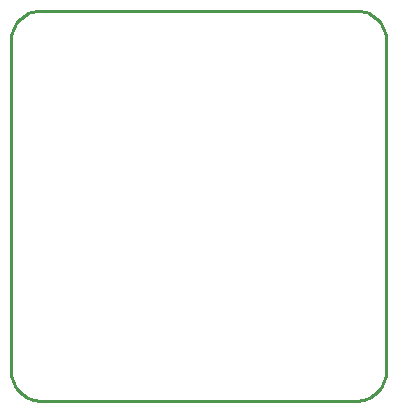
<source format=gbr>
G04 EAGLE Gerber RS-274X export*
G75*
%MOMM*%
%FSLAX34Y34*%
%LPD*%
%IN*%
%IPPOS*%
%AMOC8*
5,1,8,0,0,1.08239X$1,22.5*%
G01*
%ADD10C,0.254000*%


D10*
X0Y25400D02*
X97Y23186D01*
X386Y20989D01*
X865Y18826D01*
X1532Y16713D01*
X2380Y14666D01*
X3403Y12700D01*
X4594Y10831D01*
X5942Y9073D01*
X7440Y7440D01*
X9073Y5942D01*
X10831Y4594D01*
X12700Y3403D01*
X14666Y2380D01*
X16713Y1532D01*
X18826Y865D01*
X20989Y386D01*
X23186Y97D01*
X25400Y0D01*
X292100Y0D01*
X294314Y97D01*
X296511Y386D01*
X298674Y865D01*
X300787Y1532D01*
X302835Y2380D01*
X304800Y3403D01*
X306669Y4594D01*
X308427Y5942D01*
X310061Y7440D01*
X311558Y9073D01*
X312906Y10831D01*
X314097Y12700D01*
X315120Y14666D01*
X315968Y16713D01*
X316635Y18826D01*
X317114Y20989D01*
X317403Y23186D01*
X317500Y25400D01*
X317500Y304800D01*
X317403Y307014D01*
X317114Y309211D01*
X316635Y311374D01*
X315968Y313487D01*
X315120Y315535D01*
X314097Y317500D01*
X312906Y319369D01*
X311558Y321127D01*
X310061Y322761D01*
X308427Y324258D01*
X306669Y325606D01*
X304800Y326797D01*
X302835Y327820D01*
X300787Y328668D01*
X298674Y329335D01*
X296511Y329814D01*
X294314Y330103D01*
X292100Y330200D01*
X25400Y330200D01*
X23186Y330103D01*
X20989Y329814D01*
X18826Y329335D01*
X16713Y328668D01*
X14666Y327820D01*
X12700Y326797D01*
X10831Y325606D01*
X9073Y324258D01*
X7440Y322761D01*
X5942Y321127D01*
X4594Y319369D01*
X3403Y317500D01*
X2380Y315535D01*
X1532Y313487D01*
X865Y311374D01*
X386Y309211D01*
X97Y307014D01*
X0Y304800D01*
X0Y25400D01*
M02*

</source>
